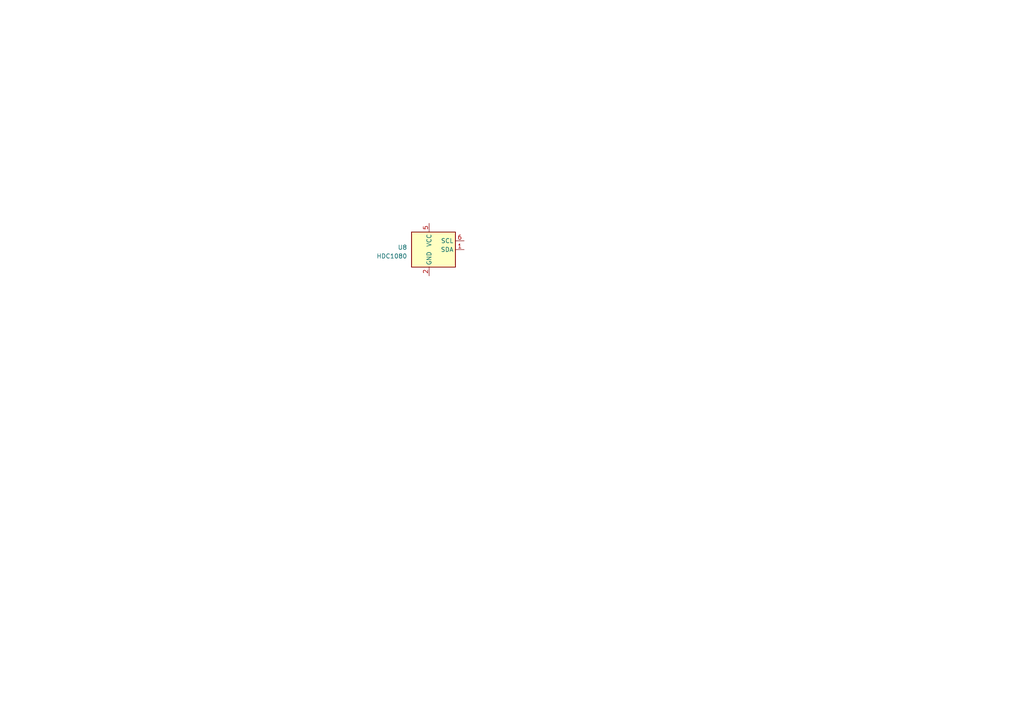
<source format=kicad_sch>
(kicad_sch (version 20231120) (generator "eeschema") (generator_version "8.0")
  (paper "A4")
  (lib_symbols
    (symbol "Sensor_Humidity:HDC1080"
      (property "Reference" "U" (at -6.35 6.35 0))
      (property "Value" "HDC1080" (at 3.81 6.35 0))
      (symbol "HDC1080_0_1"
        (rectangle (start -7.62 5.08) (end 5.08 -5.08) (stroke (width 0.254)) (fill (type background)))
      )
      (symbol "HDC1080_1_1"
        (pin bidirectional line (at 7.62 0 180) (length 2.54) (name "SDA") (number "1"))
        (pin power_in line (at -2.54 -7.62 90) (length 2.54) (name "GND") (number "2"))
        (pin no_connect line (at -7.62 0 0) (length 2.54) hide (name "NC") (number "3"))
        (pin no_connect line (at -7.62 -2.54 0) (length 2.54) hide (name "NC") (number "4"))
        (pin power_in line (at -2.54 7.62 270) (length 2.54) (name "VCC") (number "5"))
        (pin input line (at 7.62 2.54 180) (length 2.54) (name "SCL") (number "6"))
        (pin no_connect line (at -7.62 2.54 0) (length 2.54) hide (name "DAP") (number "7"))
      )
    )
  )
  (symbol (lib_id "Sensor_Humidity:HDC1080") (at 127 72.39 0) (unit 1)
    (property "Reference" "U8" (at 118.11 71.755 0) (effects (justify right)))
    (property "Value" "HDC1080" (at 118.11 74.295 0) (effects (justify right)))
    (property "Footprint" "Package_SON:Texas_PWSON-N6" (effects (hide yes)))
    (property "Datasheet" "http://www.ti.com/lit/ds/symlink/hdc1080.pdf" (effects (hide yes)))
  )
)
</source>
